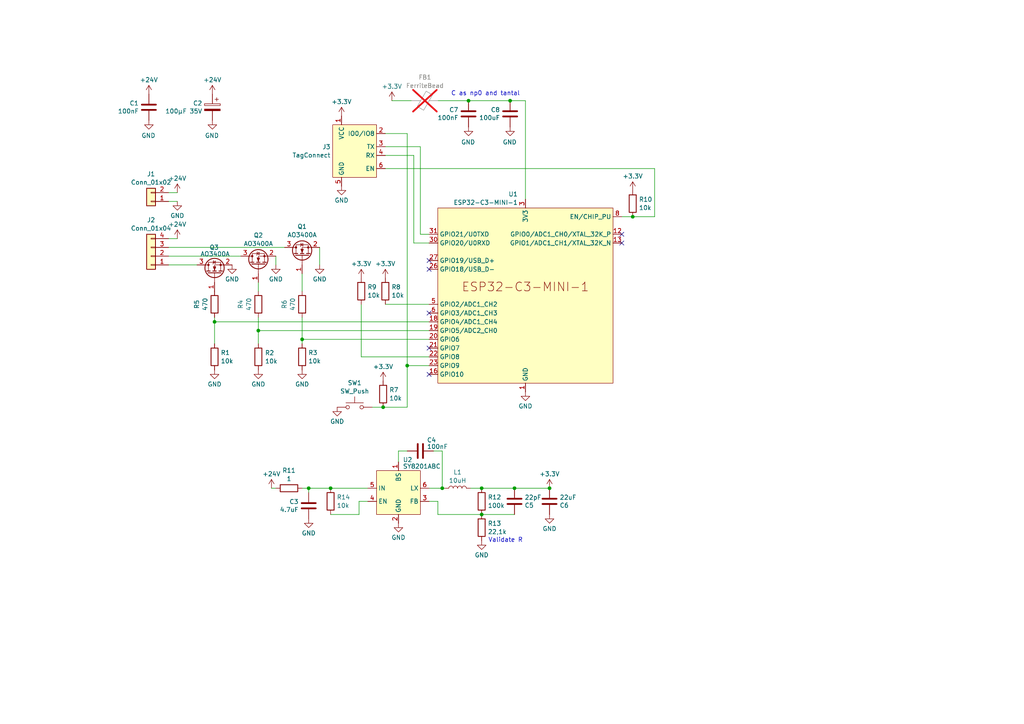
<source format=kicad_sch>
(kicad_sch (version 20230121) (generator eeschema)
  (paper "A4")
  (lib_symbols
    (symbol "Connector_Generic:Conn_01x02" (pin_names (offset 1.016) hide)
      (property "Reference" "J" (at 0 2.54 0))
      (property "Value" "Conn_01x02" (at 0 -5.08 0))
      (symbol "Conn_01x02_1_1"
        (rectangle (start -1.27 -2.413) (end 0 -2.667) (stroke (width 0.1524)))
        (rectangle (start -1.27 0.127) (end 0 -0.127) (stroke (width 0.1524)))
        (rectangle (start -1.27 1.27) (end 1.27 -3.81) (stroke (width 0.254)) (fill (type background)))
        (pin passive line (at -5.08 0 0) (length 3.81) (name "Pin_1") (number "1"))
        (pin passive line (at -5.08 -2.54 0) (length 3.81) (name "Pin_2") (number "2"))
      )
    )
    (symbol "Connector_Generic:Conn_01x04" (pin_names (offset 1.016) hide)
      (property "Reference" "J" (at 0 5.08 0))
      (property "Value" "Conn_01x04" (at 0 -7.62 0))
      (symbol "Conn_01x04_1_1"
        (rectangle (start -1.27 -4.953) (end 0 -5.207) (stroke (width 0.1524)))
        (rectangle (start -1.27 -2.413) (end 0 -2.667) (stroke (width 0.1524)))
        (rectangle (start -1.27 0.127) (end 0 -0.127) (stroke (width 0.1524)))
        (rectangle (start -1.27 2.667) (end 0 2.413) (stroke (width 0.1524)))
        (rectangle (start -1.27 3.81) (end 1.27 -6.35) (stroke (width 0.254)) (fill (type background)))
        (pin passive line (at -5.08 2.54 0) (length 3.81) (name "Pin_1") (number "1"))
        (pin passive line (at -5.08 0 0) (length 3.81) (name "Pin_2") (number "2"))
        (pin passive line (at -5.08 -2.54 0) (length 3.81) (name "Pin_3") (number "3"))
        (pin passive line (at -5.08 -5.08 0) (length 3.81) (name "Pin_4") (number "4"))
      )
    )
    (symbol "Device:C" (pin_numbers hide) (pin_names (offset 0.254))
      (property "Reference" "C" (at 0.635 2.54 0))
      (property "Value" "C" (at 0.635 -2.54 0))
      (symbol "C_0_1"
        (polyline (pts (xy -2.032 -0.762) (xy 2.032 -0.762)) (stroke (width 0.508)))
        (polyline (pts (xy -2.032 0.762) (xy 2.032 0.762)) (stroke (width 0.508)))
      )
      (symbol "C_1_1"
        (pin passive line (at 0 3.81 270) (length 2.794) (name "~") (number "1"))
        (pin passive line (at 0 -3.81 90) (length 2.794) (name "~") (number "2"))
      )
    )
    (symbol "Device:C_Polarized" (pin_numbers hide) (pin_names (offset 0.254))
      (property "Reference" "C" (at 0.635 2.54 0))
      (property "Value" "C_Polarized" (at 0.635 -2.54 0))
      (symbol "C_Polarized_0_1"
        (rectangle (start -2.286 0.508) (end 2.286 1.016))
        (polyline (pts (xy -1.778 2.286) (xy -0.762 2.286)))
        (polyline (pts (xy -1.27 2.794) (xy -1.27 1.778)))
        (rectangle (start 2.286 -0.508) (end -2.286 -1.016) (fill (type outline)))
      )
      (symbol "C_Polarized_1_1"
        (pin passive line (at 0 3.81 270) (length 2.794) (name "~") (number "1"))
        (pin passive line (at 0 -3.81 90) (length 2.794) (name "~") (number "2"))
      )
    )
    (symbol "Device:FerriteBead" (pin_numbers hide) (pin_names (offset 0))
      (property "Reference" "FB" (at -3.81 0.635 90))
      (property "Value" "FerriteBead" (at 3.81 0 90))
      (symbol "FerriteBead_0_1"
        (polyline (pts (xy 0 -1.27) (xy 0 -1.2192)))
        (polyline (pts (xy 0 1.27) (xy 0 1.2954)))
        (polyline (pts (xy -2.7686 0.4064) (xy -1.7018 2.2606) (xy 2.7686 -0.3048) (xy 1.6764 -2.159) (xy -2.7686 0.4064)))
      )
      (symbol "FerriteBead_1_1"
        (pin passive line (at 0 3.81 270) (length 2.54) (name "~") (number "1"))
        (pin passive line (at 0 -3.81 90) (length 2.54) (name "~") (number "2"))
      )
    )
    (symbol "Device:L" (pin_numbers hide) (pin_names (offset 1.016) hide)
      (property "Reference" "L" (at -1.27 0 90))
      (property "Value" "L" (at 1.905 0 90))
      (symbol "L_0_1"
        (arc (start 0 -2.54) (mid 0.6323 -1.905) (end 0 -1.27))
        (arc (start 0 -1.27) (mid 0.6323 -0.635) (end 0 0))
        (arc (start 0 0) (mid 0.6323 0.635) (end 0 1.27))
        (arc (start 0 1.27) (mid 0.6323 1.905) (end 0 2.54))
      )
      (symbol "L_1_1"
        (pin passive line (at 0 3.81 270) (length 1.27) (name "1") (number "1"))
        (pin passive line (at 0 -3.81 90) (length 1.27) (name "2") (number "2"))
      )
    )
    (symbol "Device:R" (pin_numbers hide) (pin_names (offset 0))
      (property "Reference" "R" (at 2.032 0 90))
      (property "Value" "R" (at 0 0 90))
      (symbol "R_0_1"
        (rectangle (start -1.016 -2.54) (end 1.016 2.54) (stroke (width 0.254)))
      )
      (symbol "R_1_1"
        (pin passive line (at 0 3.81 270) (length 1.27) (name "~") (number "1"))
        (pin passive line (at 0 -3.81 90) (length 1.27) (name "~") (number "2"))
      )
    )
    (symbol "PCM_Espressif:ESP32-C3-MINI-1"
      (property "Reference" "U" (at -25.4 30.48 0))
      (property "Value" "ESP32-C3-MINI-1" (at -25.4 27.94 0))
      (symbol "ESP32-C3-MINI-1_0_0"
        (text "ESP32-C3-MINI-1" (at 0 2.54 0) (effects (font (size 2.54 2.54))))
      )
      (symbol "ESP32-C3-MINI-1_0_1"
        (rectangle (start -25.4 25.4) (end 25.4 -25.4) (fill (type background)))
      )
      (symbol "ESP32-C3-MINI-1_1_1"
        (pin power_in line (at 0 -27.94 90) (length 2.54) (name "GND") (number "1"))
        (pin no_connect line (at -25.4 2.54 0) (length 2.54) hide (name "NC") (number "10"))
        (pin passive line (at 0 -27.94 90) (length 2.54) hide (name "GND") (number "11"))
        (pin bidirectional line (at -27.94 17.78 0) (length 2.54) (name "GPIO0/ADC1_CH0/XTAL_32K_P") (number "12"))
        (pin bidirectional line (at -27.94 15.24 0) (length 2.54) (name "GPIO1/ADC1_CH1/XTAL_32K_N") (number "13"))
        (pin passive line (at 0 -27.94 90) (length 2.54) hide (name "GND") (number "14"))
        (pin no_connect line (at -25.4 0 0) (length 2.54) hide (name "NC") (number "15"))
        (pin bidirectional line (at 27.94 -22.86 180) (length 2.54) (name "GPIO10") (number "16"))
        (pin no_connect line (at -25.4 -2.54 0) (length 2.54) hide (name "NC") (number "17"))
        (pin bidirectional line (at 27.94 -7.62 180) (length 2.54) (name "GPIO4/ADC1_CH4") (number "18"))
        (pin bidirectional line (at 27.94 -10.16 180) (length 2.54) (name "GPIO5/ADC2_CH0") (number "19"))
        (pin passive line (at 0 -27.94 90) (length 2.54) hide (name "GND") (number "2"))
        (pin bidirectional line (at 27.94 -12.7 180) (length 2.54) (name "GPIO6") (number "20"))
        (pin bidirectional line (at 27.94 -15.24 180) (length 2.54) (name "GPIO7") (number "21"))
        (pin bidirectional line (at 27.94 -17.78 180) (length 2.54) (name "GPIO8") (number "22"))
        (pin bidirectional line (at 27.94 -20.32 180) (length 2.54) (name "GPIO9") (number "23"))
        (pin no_connect line (at -25.4 -5.08 0) (length 2.54) hide (name "NC") (number "24"))
        (pin no_connect line (at -25.4 -7.62 0) (length 2.54) hide (name "NC") (number "25"))
        (pin bidirectional line (at 27.94 7.62 180) (length 2.54) (name "GPIO18/USB_D-") (number "26"))
        (pin bidirectional line (at 27.94 10.16 180) (length 2.54) (name "GPIO19/USB_D+") (number "27"))
        (pin no_connect line (at -25.4 -10.16 0) (length 2.54) hide (name "NC") (number "28"))
        (pin no_connect line (at -25.4 -12.7 0) (length 2.54) hide (name "NC") (number "29"))
        (pin power_in line (at 0 27.94 270) (length 2.54) (name "3V3") (number "3"))
        (pin bidirectional line (at 27.94 15.24 180) (length 2.54) (name "GPIO20/U0RXD") (number "30"))
        (pin bidirectional line (at 27.94 17.78 180) (length 2.54) (name "GPIO21/U0TXD") (number "31"))
        (pin no_connect line (at -25.4 -15.24 0) (length 2.54) hide (name "NC") (number "32"))
        (pin no_connect line (at -25.4 -17.78 0) (length 2.54) hide (name "NC") (number "33"))
        (pin no_connect line (at -25.4 -20.32 0) (length 2.54) hide (name "NC") (number "34"))
        (pin no_connect line (at -25.4 -22.86 0) (length 2.54) hide (name "NC") (number "35"))
        (pin passive line (at 0 -27.94 90) (length 2.54) hide (name "GND") (number "36"))
        (pin passive line (at 0 -27.94 90) (length 2.54) hide (name "GND") (number "37"))
        (pin passive line (at 0 -27.94 90) (length 2.54) hide (name "GND") (number "38"))
        (pin passive line (at 0 -27.94 90) (length 2.54) hide (name "GND") (number "39"))
        (pin no_connect line (at -25.4 10.16 0) (length 2.54) hide (name "NC") (number "4"))
        (pin passive line (at 0 -27.94 90) (length 2.54) hide (name "GND") (number "40"))
        (pin passive line (at 0 -27.94 90) (length 2.54) hide (name "GND") (number "41"))
        (pin passive line (at 0 -27.94 90) (length 2.54) hide (name "GND") (number "42"))
        (pin passive line (at 0 -27.94 90) (length 2.54) hide (name "GND") (number "43"))
        (pin passive line (at 0 -27.94 90) (length 2.54) hide (name "GND") (number "44"))
        (pin passive line (at 0 -27.94 90) (length 2.54) hide (name "GND") (number "45"))
        (pin passive line (at 0 -27.94 90) (length 2.54) hide (name "GND") (number "46"))
        (pin passive line (at 0 -27.94 90) (length 2.54) hide (name "GND") (number "47"))
        (pin passive line (at 0 -27.94 90) (length 2.54) hide (name "GND") (number "48"))
        (pin passive line (at 0 -27.94 90) (length 2.54) hide (name "GND") (number "49"))
        (pin bidirectional line (at 27.94 -2.54 180) (length 2.54) (name "GPIO2/ADC1_CH2") (number "5"))
        (pin passive line (at 0 -27.94 90) (length 2.54) hide (name "GND") (number "50"))
        (pin passive line (at 0 -27.94 90) (length 2.54) hide (name "GND") (number "51"))
        (pin passive line (at 0 -27.94 90) (length 2.54) hide (name "GND") (number "52"))
        (pin passive line (at 0 -27.94 90) (length 2.54) hide (name "GND") (number "53"))
        (pin bidirectional line (at 27.94 -5.08 180) (length 2.54) (name "GPIO3/ADC1_CH3") (number "6"))
        (pin no_connect line (at -25.4 7.62 0) (length 2.54) hide (name "NC") (number "7"))
        (pin input line (at -27.94 22.86 0) (length 2.54) (name "EN/CHIP_PU") (number "8"))
        (pin no_connect line (at -25.4 5.08 0) (length 2.54) hide (name "NC") (number "9"))
      )
    )
    (symbol "Switch:SW_Push" (pin_numbers hide) (pin_names (offset 1.016) hide)
      (property "Reference" "SW" (at 1.27 2.54 0))
      (property "Value" "SW_Push" (at 0 -1.524 0))
      (symbol "SW_Push_0_1"
        (circle (center -2.032 0) (radius 0.508))
        (polyline (pts (xy 0 1.27) (xy 0 3.048)))
        (polyline (pts (xy 2.54 1.27) (xy -2.54 1.27)))
        (circle (center 2.032 0) (radius 0.508))
        (pin passive line (at -5.08 0 0) (length 2.54) (name "1") (number "1"))
        (pin passive line (at 5.08 0 180) (length 2.54) (name "2") (number "2"))
      )
    )
    (symbol "Transistor_FET:AO3400A" (pin_names hide)
      (property "Reference" "Q" (at 5.08 1.905 0))
      (property "Value" "AO3400A" (at 5.08 0 0))
      (symbol "AO3400A_0_1"
        (polyline (pts (xy 0.254 0) (xy -2.54 0)))
        (polyline (pts (xy 0.254 1.905) (xy 0.254 -1.905)) (stroke (width 0.254)))
        (polyline (pts (xy 0.762 -1.27) (xy 0.762 -2.286)) (stroke (width 0.254)))
        (polyline (pts (xy 0.762 0.508) (xy 0.762 -0.508)) (stroke (width 0.254)))
        (polyline (pts (xy 0.762 2.286) (xy 0.762 1.27)) (stroke (width 0.254)))
        (polyline (pts (xy 2.54 2.54) (xy 2.54 1.778)))
        (polyline (pts (xy 2.54 -2.54) (xy 2.54 0) (xy 0.762 0)))
        (polyline (pts (xy 0.762 -1.778) (xy 3.302 -1.778) (xy 3.302 1.778) (xy 0.762 1.778)))
        (polyline (pts (xy 1.016 0) (xy 2.032 0.381) (xy 2.032 -0.381) (xy 1.016 0)) (fill (type outline)))
        (polyline (pts (xy 2.794 0.508) (xy 2.921 0.381) (xy 3.683 0.381) (xy 3.81 0.254)))
        (polyline (pts (xy 3.302 0.381) (xy 2.921 -0.254) (xy 3.683 -0.254) (xy 3.302 0.381)))
        (circle (center 1.651 0) (radius 2.794) (stroke (width 0.254)))
        (circle (center 2.54 -1.778) (radius 0.254) (fill (type outline)))
        (circle (center 2.54 1.778) (radius 0.254) (fill (type outline)))
      )
      (symbol "AO3400A_1_1"
        (pin input line (at -5.08 0 0) (length 2.54) (name "G") (number "1"))
        (pin passive line (at 2.54 -5.08 90) (length 2.54) (name "S") (number "2"))
        (pin passive line (at 2.54 5.08 270) (length 2.54) (name "D") (number "3"))
      )
    )
    (symbol "caffeinated-labs:SY8201"
      (property "Reference" "U" (at 1.27 4.445 0))
      (property "Value" "SY8201ABC" (at 1.27 2.54 0))
      (symbol "SY8201_0_0"
        (pin input line (at 0 3.81 270) (length 2.54) (name "BS") (number "1"))
        (pin power_in line (at 0 -13.97 90) (length 2.54) (name "GND") (number "2"))
        (pin input line (at 8.89 -7.62 180) (length 2.54) (name "FB") (number "3"))
        (pin input line (at -8.89 -7.62 0) (length 2.54) (name "EN") (number "4"))
        (pin power_in line (at -8.89 -3.81 0) (length 2.54) (name "IN") (number "5"))
        (pin power_out line (at 8.89 -3.81 180) (length 2.54) (name "LX") (number "6"))
      )
      (symbol "SY8201_1_1"
        (rectangle (start -6.35 1.27) (end 6.35 -11.43) (fill (type background)))
      )
    )
    (symbol "caffeinated-labs:Tag-Connect-ESP"
      (property "Reference" "J" (at 0 1.27 0))
      (symbol "Tag-Connect-ESP_0_0"
        (pin power_in line (at -3.175 2.54 270) (length 2.54) (name "VCC") (number "1"))
        (pin power_in line (at -3.175 -17.78 90) (length 2.54) (name "GND") (number "5"))
      )
      (symbol "Tag-Connect-ESP_0_1"
        (rectangle (start -5.715 0) (end 6.985 -15.24) (fill (type background)))
      )
      (symbol "Tag-Connect-ESP_1_0"
        (pin output line (at 9.525 -2.54 180) (length 2.54) (name "IO0/IO8") (number "2"))
        (pin output line (at 9.525 -6.35 180) (length 2.54) (name "TX") (number "3"))
        (pin input line (at 9.525 -8.89 180) (length 2.54) (name "RX") (number "4"))
        (pin output line (at 9.525 -12.7 180) (length 2.54) (name "EN") (number "6"))
      )
    )
    (symbol "power:+24V" (power) (pin_names (offset 0))
      (property "Value" "+24V" (at 0 3.556 0))
      (symbol "+24V_0_1"
        (polyline (pts (xy -0.762 1.27) (xy 0 2.54)))
        (polyline (pts (xy 0 0) (xy 0 2.54)))
        (polyline (pts (xy 0 2.54) (xy 0.762 1.27)))
      )
      (symbol "+24V_1_1"
        (pin power_in line (at 0 0 90) (length 0) hide (name "+24V") (number "1"))
      )
    )
    (symbol "power:+3.3V" (power) (pin_names (offset 0))
      (property "Value" "+3.3V" (at 0 3.556 0))
      (symbol "+3.3V_0_1"
        (polyline (pts (xy -0.762 1.27) (xy 0 2.54)))
        (polyline (pts (xy 0 0) (xy 0 2.54)))
        (polyline (pts (xy 0 2.54) (xy 0.762 1.27)))
      )
      (symbol "+3.3V_1_1"
        (pin power_in line (at 0 0 90) (length 0) hide (name "+3.3V") (number "1"))
      )
    )
    (symbol "power:GND" (power) (pin_names (offset 0))
      (property "Value" "GND" (at 0 -3.81 0))
      (symbol "GND_0_1"
        (polyline (pts (xy 0 0) (xy 0 -1.27) (xy 1.27 -1.27) (xy 0 -2.54) (xy -1.27 -1.27) (xy 0 -1.27)))
      )
      (symbol "GND_1_1"
        (pin power_in line (at 0 0 270) (length 0) hide (name "GND") (number "1"))
      )
    )
  )
  (junction (at 111.125 118.11))
  (junction (at 62.23 93.345))
  (junction (at 89.535 141.605))
  (junction (at 87.63 98.425))
  (junction (at 183.515 62.865))
  (junction (at 159.385 141.605))
  (junction (at 118.11 106.045))
  (junction (at 147.955 29.21))
  (junction (at 149.225 141.605))
  (junction (at 74.93 95.885))
  (junction (at 139.7 149.225))
  (junction (at 135.89 29.21))
  (junction (at 139.7 141.605))
  (junction (at 95.885 141.605))
  (junction (at 128.27 141.605))
  (no_connect (at 124.46 100.965))
  (no_connect (at 180.34 67.945))
  (no_connect (at 124.46 78.105))
  (no_connect (at 124.46 108.585))
  (no_connect (at 124.46 75.565))
  (no_connect (at 180.34 70.485))
  (no_connect (at 124.46 90.805))
  (wire (pts (xy 127 145.415) (xy 124.46 145.415)))
  (wire (pts (xy 48.895 71.755) (xy 82.55 71.755)))
  (wire (pts (xy 48.895 55.88) (xy 51.435 55.88)))
  (wire (pts (xy 95.885 141.605) (xy 106.68 141.605)))
  (wire (pts (xy 87.63 141.605) (xy 89.535 141.605)))
  (wire (pts (xy 74.93 95.885) (xy 74.93 99.695)))
  (wire (pts (xy 111.76 48.895) (xy 189.865 48.895)))
  (wire (pts (xy 48.895 58.42) (xy 51.435 58.42)))
  (wire (pts (xy 74.93 95.885) (xy 124.46 95.885)))
  (wire (pts (xy 189.865 48.895) (xy 189.865 62.865)))
  (wire (pts (xy 113.665 29.21) (xy 119.38 29.21)))
  (wire (pts (xy 104.14 145.415) (xy 106.68 145.415)))
  (wire (pts (xy 121.92 42.545) (xy 121.92 67.945)))
  (wire (pts (xy 95.885 149.225) (xy 104.14 149.225)))
  (wire (pts (xy 183.515 62.865) (xy 189.865 62.865)))
  (wire (pts (xy 87.63 92.075) (xy 87.63 98.425)))
  (wire (pts (xy 107.95 118.11) (xy 111.125 118.11)))
  (wire (pts (xy 80.01 74.295) (xy 80.01 76.835)))
  (wire (pts (xy 127 149.225) (xy 139.7 149.225)))
  (wire (pts (xy 87.63 98.425) (xy 124.46 98.425)))
  (wire (pts (xy 62.23 93.345) (xy 124.46 93.345)))
  (wire (pts (xy 127 29.21) (xy 135.89 29.21)))
  (wire (pts (xy 111.76 45.085) (xy 120.015 45.085)))
  (wire (pts (xy 124.46 106.045) (xy 118.11 106.045)))
  (wire (pts (xy 48.895 76.835) (xy 57.15 76.835)))
  (wire (pts (xy 121.92 67.945) (xy 124.46 67.945)))
  (wire (pts (xy 74.93 92.075) (xy 74.93 95.885)))
  (wire (pts (xy 120.015 45.085) (xy 120.015 70.485)))
  (wire (pts (xy 124.46 141.605) (xy 128.27 141.605)))
  (wire (pts (xy 152.4 57.785) (xy 152.4 29.21)))
  (wire (pts (xy 62.23 92.075) (xy 62.23 93.345)))
  (wire (pts (xy 89.535 141.605) (xy 95.885 141.605)))
  (wire (pts (xy 92.71 71.755) (xy 92.71 76.835)))
  (wire (pts (xy 127 149.225) (xy 127 145.415)))
  (wire (pts (xy 128.27 130.81) (xy 128.27 141.605)))
  (wire (pts (xy 87.63 98.425) (xy 87.63 99.695)))
  (wire (pts (xy 149.225 141.605) (xy 159.385 141.605)))
  (wire (pts (xy 48.895 74.295) (xy 69.85 74.295)))
  (wire (pts (xy 120.015 70.485) (xy 124.46 70.485)))
  (wire (pts (xy 111.125 118.11) (xy 118.11 118.11)))
  (wire (pts (xy 115.57 133.985) (xy 115.57 130.81)))
  (wire (pts (xy 78.74 141.605) (xy 80.01 141.605)))
  (wire (pts (xy 115.57 130.81) (xy 118.11 130.81)))
  (wire (pts (xy 74.93 81.915) (xy 74.93 84.455)))
  (wire (pts (xy 128.27 141.605) (xy 128.905 141.605)))
  (wire (pts (xy 135.89 29.21) (xy 147.955 29.21)))
  (wire (pts (xy 125.73 130.81) (xy 128.27 130.81)))
  (wire (pts (xy 147.955 29.21) (xy 152.4 29.21)))
  (wire (pts (xy 180.34 62.865) (xy 183.515 62.865)))
  (wire (pts (xy 118.11 38.735) (xy 111.76 38.735)))
  (wire (pts (xy 111.76 42.545) (xy 121.92 42.545)))
  (wire (pts (xy 48.895 69.215) (xy 51.435 69.215)))
  (wire (pts (xy 111.76 88.265) (xy 124.46 88.265)))
  (wire (pts (xy 118.11 106.045) (xy 118.11 118.11)))
  (wire (pts (xy 139.7 141.605) (xy 149.225 141.605)))
  (wire (pts (xy 118.11 38.735) (xy 118.11 106.045)))
  (wire (pts (xy 136.525 141.605) (xy 139.7 141.605)))
  (wire (pts (xy 104.775 103.505) (xy 104.775 88.265)))
  (wire (pts (xy 124.46 103.505) (xy 104.775 103.505)))
  (wire (pts (xy 89.535 141.605) (xy 89.535 142.875)))
  (wire (pts (xy 62.23 93.345) (xy 62.23 99.695)))
  (wire (pts (xy 87.63 79.375) (xy 87.63 84.455)))
  (wire (pts (xy 139.7 149.225) (xy 149.225 149.225)))
  (wire (pts (xy 104.14 149.225) (xy 104.14 145.415)))
  (text "Validate R" (at 141.605 157.48 0) (effects (font (size 1.27 1.27)) (justify left bottom)))
  (text "C as np0 and tantal" (at 130.81 27.94 0) (effects (font (size 1.27 1.27)) (justify left bottom)))
  (symbol (lib_id "Switch:SW_Push") (at 102.87 118.11 0) (unit 1)
    (property "Reference" "SW1" (at 102.87 111.0447 0))
    (property "Value" "SW_Push" (at 102.87 113.4689 0))
    (property "Footprint" "Button_Switch_SMD:SW_Push_1P1T_XKB_TS-1187A" (effects hide))
  )
  (symbol (lib_id "power:GND") (at 135.89 36.83 0) (mirror y) (unit 1)
    (property "Reference" "#PWR029" (effects hide))
    (property "Value" "GND" (at 135.763 41.2242 0))
  )
  (symbol (lib_id "Device:C_Polarized") (at 61.595 31.115 0) (mirror y) (unit 1)
    (property "Reference" "C2" (at 58.674 29.9466 0) (effects (justify left)))
    (property "Value" "100µF 35V" (at 58.674 32.258 0) (effects (justify left)))
    (property "Footprint" "Capacitor_THT:CP_Radial_D6.3mm_P2.50mm" (effects hide))
    (property "LCSC" "C19702" (effects hide))
  )
  (symbol (lib_id "power:GND") (at 62.23 107.315 0) (unit 1)
    (property "Reference" "#PWR04" (effects hide))
    (property "Value" "GND" (at 62.23 111.4481 0))
  )
  (symbol (lib_id "power:GND") (at 147.955 36.83 0) (mirror y) (unit 1)
    (property "Reference" "#PWR030" (effects hide))
    (property "Value" "GND" (at 147.828 41.2242 0))
  )
  (symbol (lib_id "Transistor_FET:AO3400A") (at 62.23 79.375 90) (unit 1)
    (property "Reference" "Q3" (at 63.5 71.755 90) (effects (justify left)))
    (property "Value" "AO3400A" (at 66.675 73.66 90) (effects (justify left)))
    (property "Footprint" "Package_TO_SOT_SMD:SOT-23" (effects hide))
    (property "Datasheet" "http://www.aosmd.com/pdfs/datasheet/AO3400A.pdf" (effects hide))
  )
  (symbol (lib_id "power:GND") (at 115.57 151.765 0) (mirror y) (unit 1)
    (property "Reference" "#PWR027" (effects hide))
    (property "Value" "GND" (at 115.57 155.8981 0))
  )
  (symbol (lib_id "Connector_Generic:Conn_01x04") (at 43.815 74.295 180) (unit 1)
    (property "Reference" "J2" (at 43.815 63.8007 0))
    (property "Value" "Conn_01x04" (at 43.815 66.2249 0))
    (property "Footprint" "Connector_PinSocket_2.54mm:PinSocket_1x04_P2.54mm_Vertical" (effects hide))
  )
  (symbol (lib_id "Device:C") (at 121.92 130.81 270) (mirror x) (unit 1)
    (property "Reference" "C4" (at 123.825 127.635 90) (effects (justify left)))
    (property "Value" "100nF" (at 123.825 129.54 90) (effects (justify left)))
    (property "Footprint" "Capacitor_SMD:C_0603_1608Metric" (effects hide))
    (property "LCSC" "C14663" (effects hide))
  )
  (symbol (lib_id "power:GND") (at 97.79 118.11 0) (mirror y) (unit 1)
    (property "Reference" "#PWR012" (effects hide))
    (property "Value" "GND" (at 97.79 122.2431 0))
  )
  (symbol (lib_id "Transistor_FET:AO3400A") (at 74.93 76.835 90) (unit 1)
    (property "Reference" "Q2" (at 74.93 68.2457 90))
    (property "Value" "AO3400A" (at 74.93 70.6699 90))
    (property "Footprint" "Package_TO_SOT_SMD:SOT-23" (effects hide))
    (property "Datasheet" "http://www.aosmd.com/pdfs/datasheet/AO3400A.pdf" (effects hide))
  )
  (symbol (lib_id "Device:R") (at 111.125 114.3 0) (unit 1)
    (property "Reference" "R7" (at 112.903 113.0879 0) (effects (justify left)))
    (property "Value" "10k" (at 112.903 115.5121 0) (effects (justify left)))
    (property "Footprint" "Resistor_SMD:R_0603_1608Metric" (effects hide))
  )
  (symbol (lib_id "Connector_Generic:Conn_01x02") (at 43.815 58.42 180) (unit 1)
    (property "Reference" "J1" (at 43.815 50.4657 0))
    (property "Value" "Conn_01x02" (at 43.815 52.8899 0))
    (property "Footprint" "Connector_PinSocket_2.54mm:PinSocket_1x02_P2.54mm_Vertical" (effects hide))
  )
  (symbol (lib_id "Device:C") (at 89.535 146.685 0) (mirror y) (unit 1)
    (property "Reference" "C3" (at 86.614 145.5166 0) (effects (justify left)))
    (property "Value" "4.7uF" (at 86.614 147.828 0) (effects (justify left)))
    (property "Footprint" "Capacitor_SMD:C_0805_2012Metric" (effects hide))
    (property "LCSC" "C14663" (effects hide))
  )
  (symbol (lib_id "Device:L") (at 132.715 141.605 90) (unit 1)
    (property "Reference" "L1" (at 132.715 136.9554 90))
    (property "Value" "10uH" (at 132.715 139.3796 90))
    (property "Footprint" "PCM_Inductor_SMD_AKL:L_1206_3216Metric" (effects hide))
  )
  (symbol (lib_id "power:GND") (at 99.06 53.975 0) (mirror y) (unit 1)
    (property "Reference" "#PWR015" (effects hide))
    (property "Value" "GND" (at 99.06 58.1081 0))
  )
  (symbol (lib_id "power:GND") (at 92.71 76.835 0) (unit 1)
    (property "Reference" "#PWR09" (effects hide))
    (property "Value" "GND" (at 92.71 80.9681 0))
  )
  (symbol (lib_id "PCM_Espressif:ESP32-C3-MINI-1") (at 152.4 85.725 0) (mirror y) (unit 1)
    (property "Reference" "U1" (at 150.2059 56.3077 0) (effects (justify left)))
    (property "Value" "ESP32-C3-MINI-1" (at 150.2059 58.7319 0) (effects (justify left)))
    (property "Footprint" "PCM_Espressif:ESP32-C3-MINI-1" (effects hide))
    (property "Datasheet" "https://www.espressif.com/sites/default/files/documentation/esp32-c3-mini-1_datasheet_en.pdf" (effects hide))
  )
  (symbol (lib_id "power:+3.3V") (at 159.385 141.605 0) (unit 1)
    (property "Reference" "#PWR028" (effects hide))
    (property "Value" "+3.3V" (at 159.385 137.4719 0))
  )
  (symbol (lib_id "Device:R") (at 74.93 103.505 0) (unit 1)
    (property "Reference" "R2" (at 76.835 102.3508 0) (effects (justify left)))
    (property "Value" "10k" (at 76.835 104.775 0) (effects (justify left)))
    (property "Footprint" "Resistor_SMD:R_0603_1608Metric" (effects hide))
  )
  (symbol (lib_id "power:+3.3V") (at 183.515 55.245 0) (unit 1)
    (property "Reference" "#PWR018" (effects hide))
    (property "Value" "+3.3V" (at 183.515 51.1119 0))
  )
  (symbol (lib_id "power:+24V") (at 61.595 27.305 0) (unit 1)
    (property "Reference" "#PWR022" (effects hide))
    (property "Value" "+24V" (at 61.595 23.1719 0))
  )
  (symbol (lib_id "power:GND") (at 80.01 76.835 0) (unit 1)
    (property "Reference" "#PWR08" (effects hide))
    (property "Value" "GND" (at 80.01 80.9681 0))
  )
  (symbol (lib_id "power:GND") (at 159.385 149.225 0) (mirror y) (unit 1)
    (property "Reference" "#PWR025" (effects hide))
    (property "Value" "GND" (at 159.385 153.3581 0))
  )
  (symbol (lib_id "Device:R") (at 87.63 103.505 0) (unit 1)
    (property "Reference" "R3" (at 89.408 102.2929 0) (effects (justify left)))
    (property "Value" "10k" (at 89.408 104.7171 0) (effects (justify left)))
    (property "Footprint" "Resistor_SMD:R_0603_1608Metric" (effects hide))
  )
  (symbol (lib_id "power:GND") (at 61.595 34.925 0) (mirror y) (unit 1)
    (property "Reference" "#PWR020" (effects hide))
    (property "Value" "GND" (at 61.468 39.3192 0))
  )
  (symbol (lib_id "power:+3.3V") (at 111.76 80.645 0) (unit 1)
    (property "Reference" "#PWR016" (effects hide))
    (property "Value" "+3.3V" (at 111.76 76.5119 0))
  )
  (symbol (lib_id "caffeinated-labs:SY8201") (at 115.57 137.795 0) (unit 1)
    (property "Reference" "U2" (at 116.84 133.35 0) (effects (justify left)))
    (property "Value" "SY8201ABC" (at 116.84 135.255 0) (effects (justify left)))
    (property "Footprint" "Package_TO_SOT_SMD:SOT-23-6" (effects hide))
    (property "Datasheet" "https://datasheet.lcsc.com/lcsc/1810161442_Silergy-Corp-SY8201ABC_C108052.pdf" (effects hide))
  )
  (symbol (lib_id "Device:R") (at 62.23 88.265 180) (unit 1)
    (property "Reference" "R5" (at 57.0697 88.265 90))
    (property "Value" "470" (at 59.4939 88.265 90))
    (property "Footprint" "Resistor_SMD:R_0603_1608Metric" (effects hide))
  )
  (symbol (lib_id "power:GND") (at 43.18 34.925 0) (mirror y) (unit 1)
    (property "Reference" "#PWR019" (effects hide))
    (property "Value" "GND" (at 43.053 39.3192 0))
  )
  (symbol (lib_id "Device:C") (at 149.225 145.415 0) (mirror x) (unit 1)
    (property "Reference" "C5" (at 152.146 146.5834 0) (effects (justify left)))
    (property "Value" "22pF" (at 152.146 144.272 0) (effects (justify left)))
    (property "Footprint" "Capacitor_SMD:C_0603_1608Metric" (effects hide))
    (property "LCSC" "C14663" (effects hide))
  )
  (symbol (lib_id "power:+24V") (at 51.435 55.88 0) (unit 1)
    (property "Reference" "#PWR01" (effects hide))
    (property "Value" "+24V" (at 51.435 51.7469 0))
  )
  (symbol (lib_id "Device:R") (at 111.76 84.455 0) (unit 1)
    (property "Reference" "R8" (at 113.538 83.2429 0) (effects (justify left)))
    (property "Value" "10k" (at 113.538 85.6671 0) (effects (justify left)))
    (property "Footprint" "Resistor_SMD:R_0603_1608Metric" (effects hide))
  )
  (symbol (lib_id "Device:R") (at 74.93 88.265 180) (unit 1)
    (property "Reference" "R4" (at 69.7697 88.265 90))
    (property "Value" "470" (at 72.1939 88.265 90))
    (property "Footprint" "Resistor_SMD:R_0603_1608Metric" (effects hide))
  )
  (symbol (lib_id "power:GND") (at 152.4 113.665 0) (mirror y) (unit 1)
    (property "Reference" "#PWR010" (effects hide))
    (property "Value" "GND" (at 152.4 117.7981 0))
  )
  (symbol (lib_id "Device:FerriteBead") (at 123.19 29.21 270) (unit 1) (dnp yes)
    (property "Reference" "FB1" (at 123.2408 22.4241 90))
    (property "Value" "FerriteBead" (at 123.2408 24.8483 90))
    (property "Footprint" "PCM_Ferrite_SMD_AKL:Ferrite_0603_1608Metric" (effects hide))
  )
  (symbol (lib_id "Device:R") (at 139.7 145.415 0) (unit 1)
    (property "Reference" "R12" (at 141.478 144.2029 0) (effects (justify left)))
    (property "Value" "100k" (at 141.478 146.6271 0) (effects (justify left)))
    (property "Footprint" "Resistor_SMD:R_0603_1608Metric" (effects hide))
  )
  (symbol (lib_id "power:+24V") (at 51.435 69.215 0) (unit 1)
    (property "Reference" "#PWR03" (effects hide))
    (property "Value" "+24V" (at 51.435 65.0819 0))
  )
  (symbol (lib_id "Device:C") (at 43.18 31.115 0) (mirror y) (unit 1)
    (property "Reference" "C1" (at 40.259 29.9466 0) (effects (justify left)))
    (property "Value" "100nF" (at 40.259 32.258 0) (effects (justify left)))
    (property "Footprint" "Capacitor_SMD:C_0603_1608Metric" (effects hide))
    (property "LCSC" "C14663" (effects hide))
  )
  (symbol (lib_id "Device:R") (at 83.82 141.605 90) (unit 1)
    (property "Reference" "R11" (at 83.82 136.4447 90))
    (property "Value" "1" (at 83.82 138.8689 90))
    (property "Footprint" "Resistor_SMD:R_0603_1608Metric" (effects hide))
  )
  (symbol (lib_id "Device:R") (at 87.63 88.265 180) (unit 1)
    (property "Reference" "R6" (at 82.4697 88.265 90))
    (property "Value" "470" (at 84.8939 88.265 90))
    (property "Footprint" "Resistor_SMD:R_0603_1608Metric" (effects hide))
  )
  (symbol (lib_id "Device:C") (at 147.955 33.02 0) (mirror y) (unit 1)
    (property "Reference" "C8" (at 145.034 31.8516 0) (effects (justify left)))
    (property "Value" "100uF" (at 145.034 34.163 0) (effects (justify left)))
    (property "Footprint" "Capacitor_SMD:C_0603_1608Metric" (effects hide))
    (property "LCSC" "C14663" (effects hide))
  )
  (symbol (lib_id "power:GND") (at 51.435 58.42 0) (unit 1)
    (property "Reference" "#PWR02" (effects hide))
    (property "Value" "GND" (at 51.435 62.5531 0))
  )
  (symbol (lib_id "power:GND") (at 67.31 76.835 0) (unit 1)
    (property "Reference" "#PWR07" (effects hide))
    (property "Value" "GND" (at 67.31 80.9681 0))
  )
  (symbol (lib_id "power:+24V") (at 43.18 27.305 0) (unit 1)
    (property "Reference" "#PWR021" (effects hide))
    (property "Value" "+24V" (at 43.18 23.1719 0))
  )
  (symbol (lib_id "power:+3.3V") (at 99.06 33.655 0) (unit 1)
    (property "Reference" "#PWR014" (effects hide))
    (property "Value" "+3.3V" (at 99.06 29.5219 0))
  )
  (symbol (lib_id "Device:R") (at 95.885 145.415 0) (unit 1)
    (property "Reference" "R14" (at 97.663 144.2029 0) (effects (justify left)))
    (property "Value" "10k" (at 97.663 146.6271 0) (effects (justify left)))
    (property "Footprint" "Resistor_SMD:R_0603_1608Metric" (effects hide))
  )
  (symbol (lib_id "power:GND") (at 87.63 107.315 0) (unit 1)
    (property "Reference" "#PWR06" (effects hide))
    (property "Value" "GND" (at 87.63 111.4481 0))
  )
  (symbol (lib_id "power:GND") (at 74.93 107.315 0) (unit 1)
    (property "Reference" "#PWR05" (effects hide))
    (property "Value" "GND" (at 74.93 111.4481 0))
  )
  (symbol (lib_id "Device:R") (at 104.775 84.455 0) (unit 1)
    (property "Reference" "R9" (at 106.553 83.2429 0) (effects (justify left)))
    (property "Value" "10k" (at 106.553 85.6671 0) (effects (justify left)))
    (property "Footprint" "Resistor_SMD:R_0603_1608Metric" (effects hide))
  )
  (symbol (lib_id "power:+3.3V") (at 113.665 29.21 0) (unit 1)
    (property "Reference" "#PWR013" (effects hide))
    (property "Value" "+3.3V" (at 113.665 25.0769 0))
  )
  (symbol (lib_id "power:+3.3V") (at 104.775 80.645 0) (unit 1)
    (property "Reference" "#PWR017" (effects hide))
    (property "Value" "+3.3V" (at 104.775 76.5119 0))
  )
  (symbol (lib_id "Device:R") (at 62.23 103.505 0) (unit 1)
    (property "Reference" "R1" (at 64.008 102.2929 0) (effects (justify left)))
    (property "Value" "10k" (at 64.008 104.7171 0) (effects (justify left)))
    (property "Footprint" "Resistor_SMD:R_0603_1608Metric" (effects hide))
  )
  (symbol (lib_id "power:+3.3V") (at 111.125 110.49 0) (unit 1)
    (property "Reference" "#PWR011" (effects hide))
    (property "Value" "+3.3V" (at 111.125 106.3569 0))
  )
  (symbol (lib_id "power:GND") (at 89.535 150.495 0) (mirror y) (unit 1)
    (property "Reference" "#PWR024" (effects hide))
    (property "Value" "GND" (at 89.535 154.6281 0))
  )
  (symbol (lib_id "power:GND") (at 139.7 156.845 0) (mirror y) (unit 1)
    (property "Reference" "#PWR026" (effects hide))
    (property "Value" "GND" (at 139.7 160.9781 0))
  )
  (symbol (lib_id "Device:R") (at 139.7 153.035 0) (unit 1)
    (property "Reference" "R13" (at 141.478 151.8229 0) (effects (justify left)))
    (property "Value" "22,1k" (at 141.478 154.2471 0) (effects (justify left)))
    (property "Footprint" "Resistor_SMD:R_0603_1608Metric" (effects hide))
  )
  (symbol (lib_id "caffeinated-labs:Tag-Connect-ESP") (at 102.235 36.195 0) (unit 1)
    (property "Reference" "J3" (at 95.8851 42.6029 0) (effects (justify right)))
    (property "Value" "TagConnect" (at 95.8851 45.0271 0) (effects (justify right)))
    (property "Footprint" "Connector:Tag-Connect_TC2030-IDC-NL_2x03_P1.27mm_Vertical" (effects hide))
    (property "Datasheet" "https://www.tag-connect.com/wp-content/uploads/bsk-pdf-manager/TC2030-CTX_1.pdf" (effects hide))
  )
  (symbol (lib_id "Transistor_FET:AO3400A") (at 87.63 74.295 90) (unit 1)
    (property "Reference" "Q1" (at 87.63 65.7057 90))
    (property "Value" "AO3400A" (at 87.63 68.1299 90))
    (property "Footprint" "Package_TO_SOT_SMD:SOT-23" (effects hide))
    (property "Datasheet" "http://www.aosmd.com/pdfs/datasheet/AO3400A.pdf" (effects hide))
  )
  (symbol (lib_id "power:+24V") (at 78.74 141.605 0) (unit 1)
    (property "Reference" "#PWR023" (effects hide))
    (property "Value" "+24V" (at 78.74 137.4719 0))
  )
  (symbol (lib_id "Device:R") (at 183.515 59.055 0) (unit 1)
    (property "Reference" "R10" (at 185.293 57.8429 0) (effects (justify left)))
    (property "Value" "10k" (at 185.293 60.2671 0) (effects (justify left)))
    (property "Footprint" "Resistor_SMD:R_0603_1608Metric" (effects hide))
  )
  (symbol (lib_id "Device:C") (at 159.385 145.415 0) (mirror x) (unit 1)
    (property "Reference" "C6" (at 162.306 146.5834 0) (effects (justify left)))
    (property "Value" "22uF" (at 162.306 144.272 0) (effects (justify left)))
    (property "Footprint" "Capacitor_SMD:C_0603_1608Metric" (effects hide))
    (property "LCSC" "C14663" (effects hide))
  )
  (symbol (lib_id "Device:C") (at 135.89 33.02 0) (mirror y) (unit 1)
    (property "Reference" "C7" (at 132.969 31.8516 0) (effects (justify left)))
    (property "Value" "100nF" (at 132.969 34.163 0) (effects (justify left)))
    (property "Footprint" "Capacitor_SMD:C_0603_1608Metric" (effects hide))
    (property "LCSC" "C14663" (effects hide))
  )
)
</source>
